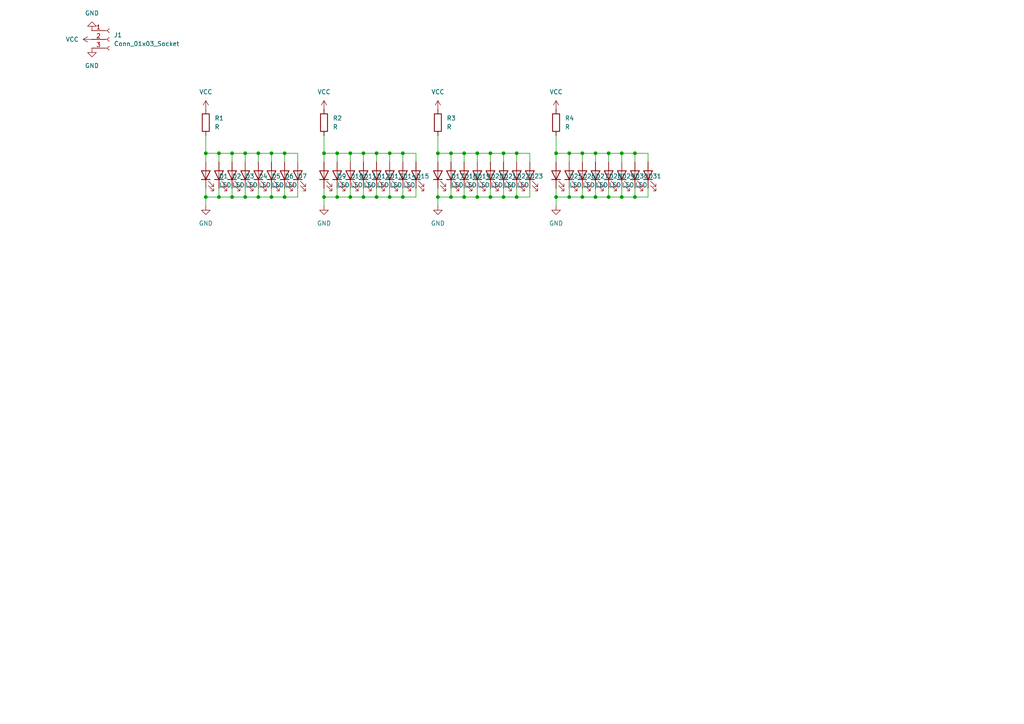
<source format=kicad_sch>
(kicad_sch (version 20231120) (generator "eeschema") (generator_version "8.0")
  (paper "A4")
  (lib_symbols
    (symbol "Connector:Conn_01x03_Socket" (pin_names (offset 1.016) hide)
      (property "Reference" "J" (at 0 5.08 0))
      (property "Value" "Conn_01x03_Socket" (at 0 -5.08 0))
      (symbol "Conn_01x03_Socket_1_1"
        (arc (start 0 -2.032) (mid -0.5058 -2.54) (end 0 -3.048) (stroke (width 0.1524)))
        (polyline (pts (xy -1.27 -2.54) (xy -0.508 -2.54)) (stroke (width 0.1524)))
        (polyline (pts (xy -1.27 0) (xy -0.508 0)) (stroke (width 0.1524)))
        (polyline (pts (xy -1.27 2.54) (xy -0.508 2.54)) (stroke (width 0.1524)))
        (arc (start 0 0.508) (mid -0.5058 0) (end 0 -0.508) (stroke (width 0.1524)))
        (arc (start 0 3.048) (mid -0.5058 2.54) (end 0 2.032) (stroke (width 0.1524)))
        (pin passive line (at -5.08 2.54 0) (length 3.81) (name "Pin_1") (number "1"))
        (pin passive line (at -5.08 0 0) (length 3.81) (name "Pin_2") (number "2"))
        (pin passive line (at -5.08 -2.54 0) (length 3.81) (name "Pin_3") (number "3"))
      )
    )
    (symbol "Device:LED" (pin_numbers hide) (pin_names (offset 1.016) hide)
      (property "Reference" "D" (at 0 2.54 0))
      (property "Value" "LED" (at 0 -2.54 0))
      (symbol "LED_0_1"
        (polyline (pts (xy -1.27 -1.27) (xy -1.27 1.27)) (stroke (width 0.254)))
        (polyline (pts (xy -1.27 0) (xy 1.27 0)))
        (polyline (pts (xy 1.27 -1.27) (xy 1.27 1.27) (xy -1.27 0) (xy 1.27 -1.27)) (stroke (width 0.254)))
        (polyline (pts (xy -3.048 -0.762) (xy -4.572 -2.286) (xy -3.81 -2.286) (xy -4.572 -2.286) (xy -4.572 -1.524)))
        (polyline (pts (xy -1.778 -0.762) (xy -3.302 -2.286) (xy -2.54 -2.286) (xy -3.302 -2.286) (xy -3.302 -1.524)))
      )
      (symbol "LED_1_1"
        (pin passive line (at -3.81 0 0) (length 2.54) (name "K") (number "1"))
        (pin passive line (at 3.81 0 180) (length 2.54) (name "A") (number "2"))
      )
    )
    (symbol "Device:R" (pin_numbers hide) (pin_names (offset 0))
      (property "Reference" "R" (at 2.032 0 90))
      (property "Value" "R" (at 0 0 90))
      (symbol "R_0_1"
        (rectangle (start -1.016 -2.54) (end 1.016 2.54) (stroke (width 0.254)))
      )
      (symbol "R_1_1"
        (pin passive line (at 0 3.81 270) (length 1.27) (name "~") (number "1"))
        (pin passive line (at 0 -3.81 90) (length 1.27) (name "~") (number "2"))
      )
    )
    (symbol "power:GND" (power) (pin_numbers hide) (pin_names (offset 0) hide)
      (property "Value" "GND" (at 0 -3.81 0))
      (symbol "GND_0_1"
        (polyline (pts (xy 0 0) (xy 0 -1.27) (xy 1.27 -1.27) (xy 0 -2.54) (xy -1.27 -1.27) (xy 0 -1.27)))
      )
      (symbol "GND_1_1"
        (pin power_in line (at 0 0 270) (length 0) (name "~") (number "1"))
      )
    )
    (symbol "power:VCC" (power) (pin_numbers hide) (pin_names (offset 0) hide)
      (property "Value" "VCC" (at 0 3.556 0))
      (symbol "VCC_0_1"
        (polyline (pts (xy -0.762 1.27) (xy 0 2.54)))
        (polyline (pts (xy 0 0) (xy 0 2.54)))
        (polyline (pts (xy 0 2.54) (xy 0.762 1.27)))
      )
      (symbol "VCC_1_1"
        (pin power_in line (at 0 0 90) (length 0) (name "~") (number "1"))
      )
    )
  )
  (junction (at 109.22 44.45))
  (junction (at 59.69 57.15))
  (junction (at 138.43 44.45))
  (junction (at 161.29 57.15))
  (junction (at 63.5 44.45))
  (junction (at 127 44.45))
  (junction (at 93.98 44.45))
  (junction (at 82.55 44.45))
  (junction (at 101.6 57.15))
  (junction (at 168.91 44.45))
  (junction (at 127 57.15))
  (junction (at 63.5 57.15))
  (junction (at 172.72 44.45))
  (junction (at 93.98 57.15))
  (junction (at 134.62 44.45))
  (junction (at 116.84 44.45))
  (junction (at 165.1 57.15))
  (junction (at 71.12 57.15))
  (junction (at 149.86 57.15))
  (junction (at 149.86 44.45))
  (junction (at 134.62 57.15))
  (junction (at 78.74 57.15))
  (junction (at 165.1 44.45))
  (junction (at 113.03 57.15))
  (junction (at 74.93 57.15))
  (junction (at 168.91 57.15))
  (junction (at 184.15 44.45))
  (junction (at 105.41 44.45))
  (junction (at 176.53 44.45))
  (junction (at 146.05 57.15))
  (junction (at 161.29 44.45))
  (junction (at 142.24 44.45))
  (junction (at 97.79 44.45))
  (junction (at 113.03 44.45))
  (junction (at 78.74 44.45))
  (junction (at 101.6 44.45))
  (junction (at 116.84 57.15))
  (junction (at 97.79 57.15))
  (junction (at 172.72 57.15))
  (junction (at 82.55 57.15))
  (junction (at 130.81 57.15))
  (junction (at 105.41 57.15))
  (junction (at 74.93 44.45))
  (junction (at 176.53 57.15))
  (junction (at 180.34 44.45))
  (junction (at 109.22 57.15))
  (junction (at 142.24 57.15))
  (junction (at 180.34 57.15))
  (junction (at 67.31 57.15))
  (junction (at 138.43 57.15))
  (junction (at 130.81 44.45))
  (junction (at 67.31 44.45))
  (junction (at 146.05 44.45))
  (junction (at 71.12 44.45))
  (junction (at 59.69 44.45))
  (junction (at 184.15 57.15))
  (wire (pts (xy 176.53 57.15) (xy 176.53 54.61)))
  (wire (pts (xy 127 57.15) (xy 127 54.61)))
  (wire (pts (xy 93.98 44.45) (xy 97.79 44.45)))
  (wire (pts (xy 168.91 44.45) (xy 172.72 44.45)))
  (wire (pts (xy 180.34 57.15) (xy 180.34 54.61)))
  (wire (pts (xy 97.79 44.45) (xy 101.6 44.45)))
  (wire (pts (xy 97.79 57.15) (xy 97.79 54.61)))
  (wire (pts (xy 146.05 44.45) (xy 146.05 46.99)))
  (wire (pts (xy 105.41 44.45) (xy 105.41 46.99)))
  (wire (pts (xy 116.84 57.15) (xy 116.84 54.61)))
  (wire (pts (xy 67.31 57.15) (xy 67.31 54.61)))
  (wire (pts (xy 86.36 57.15) (xy 86.36 54.61)))
  (wire (pts (xy 74.93 44.45) (xy 74.93 46.99)))
  (wire (pts (xy 176.53 57.15) (xy 180.34 57.15)))
  (wire (pts (xy 101.6 44.45) (xy 105.41 44.45)))
  (wire (pts (xy 74.93 57.15) (xy 74.93 54.61)))
  (wire (pts (xy 93.98 57.15) (xy 97.79 57.15)))
  (wire (pts (xy 59.69 39.37) (xy 59.69 44.45)))
  (wire (pts (xy 130.81 57.15) (xy 130.81 54.61)))
  (wire (pts (xy 172.72 44.45) (xy 176.53 44.45)))
  (wire (pts (xy 67.31 44.45) (xy 71.12 44.45)))
  (wire (pts (xy 63.5 57.15) (xy 63.5 54.61)))
  (wire (pts (xy 180.34 57.15) (xy 184.15 57.15)))
  (wire (pts (xy 71.12 44.45) (xy 74.93 44.45)))
  (wire (pts (xy 168.91 44.45) (xy 168.91 46.99)))
  (wire (pts (xy 113.03 44.45) (xy 113.03 46.99)))
  (wire (pts (xy 71.12 57.15) (xy 71.12 54.61)))
  (wire (pts (xy 149.86 57.15) (xy 153.67 57.15)))
  (wire (pts (xy 109.22 44.45) (xy 113.03 44.45)))
  (wire (pts (xy 82.55 57.15) (xy 86.36 57.15)))
  (wire (pts (xy 153.67 44.45) (xy 153.67 46.99)))
  (wire (pts (xy 138.43 57.15) (xy 142.24 57.15)))
  (wire (pts (xy 184.15 44.45) (xy 187.96 44.45)))
  (wire (pts (xy 116.84 57.15) (xy 120.65 57.15)))
  (wire (pts (xy 168.91 57.15) (xy 172.72 57.15)))
  (wire (pts (xy 138.43 44.45) (xy 138.43 46.99)))
  (wire (pts (xy 142.24 57.15) (xy 142.24 54.61)))
  (wire (pts (xy 172.72 57.15) (xy 172.72 54.61)))
  (wire (pts (xy 93.98 44.45) (xy 93.98 46.99)))
  (wire (pts (xy 146.05 57.15) (xy 146.05 54.61)))
  (wire (pts (xy 180.34 44.45) (xy 180.34 46.99)))
  (wire (pts (xy 184.15 57.15) (xy 184.15 54.61)))
  (wire (pts (xy 165.1 44.45) (xy 168.91 44.45)))
  (wire (pts (xy 187.96 57.15) (xy 187.96 54.61)))
  (wire (pts (xy 149.86 57.15) (xy 149.86 54.61)))
  (wire (pts (xy 142.24 44.45) (xy 146.05 44.45)))
  (wire (pts (xy 86.36 44.45) (xy 86.36 46.99)))
  (wire (pts (xy 134.62 44.45) (xy 134.62 46.99)))
  (wire (pts (xy 127 44.45) (xy 130.81 44.45)))
  (wire (pts (xy 127 59.69) (xy 127 57.15)))
  (wire (pts (xy 59.69 44.45) (xy 63.5 44.45)))
  (wire (pts (xy 161.29 44.45) (xy 165.1 44.45)))
  (wire (pts (xy 97.79 44.45) (xy 97.79 46.99)))
  (wire (pts (xy 93.98 59.69) (xy 93.98 57.15)))
  (wire (pts (xy 67.31 44.45) (xy 67.31 46.99)))
  (wire (pts (xy 71.12 44.45) (xy 71.12 46.99)))
  (wire (pts (xy 142.24 57.15) (xy 146.05 57.15)))
  (wire (pts (xy 149.86 44.45) (xy 149.86 46.99)))
  (wire (pts (xy 116.84 44.45) (xy 120.65 44.45)))
  (wire (pts (xy 138.43 57.15) (xy 138.43 54.61)))
  (wire (pts (xy 134.62 44.45) (xy 138.43 44.45)))
  (wire (pts (xy 105.41 57.15) (xy 109.22 57.15)))
  (wire (pts (xy 78.74 44.45) (xy 78.74 46.99)))
  (wire (pts (xy 109.22 44.45) (xy 109.22 46.99)))
  (wire (pts (xy 146.05 44.45) (xy 149.86 44.45)))
  (wire (pts (xy 161.29 39.37) (xy 161.29 44.45)))
  (wire (pts (xy 93.98 57.15) (xy 93.98 54.61)))
  (wire (pts (xy 161.29 44.45) (xy 161.29 46.99)))
  (wire (pts (xy 82.55 44.45) (xy 82.55 46.99)))
  (wire (pts (xy 165.1 57.15) (xy 165.1 54.61)))
  (wire (pts (xy 184.15 57.15) (xy 187.96 57.15)))
  (wire (pts (xy 59.69 57.15) (xy 63.5 57.15)))
  (wire (pts (xy 109.22 57.15) (xy 109.22 54.61)))
  (wire (pts (xy 67.31 57.15) (xy 71.12 57.15)))
  (wire (pts (xy 180.34 44.45) (xy 184.15 44.45)))
  (wire (pts (xy 113.03 57.15) (xy 116.84 57.15)))
  (wire (pts (xy 113.03 44.45) (xy 116.84 44.45)))
  (wire (pts (xy 63.5 44.45) (xy 67.31 44.45)))
  (wire (pts (xy 138.43 44.45) (xy 142.24 44.45)))
  (wire (pts (xy 59.69 59.69) (xy 59.69 57.15)))
  (wire (pts (xy 71.12 57.15) (xy 74.93 57.15)))
  (wire (pts (xy 130.81 57.15) (xy 134.62 57.15)))
  (wire (pts (xy 93.98 39.37) (xy 93.98 44.45)))
  (wire (pts (xy 149.86 44.45) (xy 153.67 44.45)))
  (wire (pts (xy 59.69 57.15) (xy 59.69 54.61)))
  (wire (pts (xy 82.55 44.45) (xy 86.36 44.45)))
  (wire (pts (xy 120.65 57.15) (xy 120.65 54.61)))
  (wire (pts (xy 78.74 57.15) (xy 82.55 57.15)))
  (wire (pts (xy 109.22 57.15) (xy 113.03 57.15)))
  (wire (pts (xy 130.81 44.45) (xy 134.62 44.45)))
  (wire (pts (xy 142.24 44.45) (xy 142.24 46.99)))
  (wire (pts (xy 176.53 44.45) (xy 180.34 44.45)))
  (wire (pts (xy 101.6 44.45) (xy 101.6 46.99)))
  (wire (pts (xy 184.15 44.45) (xy 184.15 46.99)))
  (wire (pts (xy 113.03 57.15) (xy 113.03 54.61)))
  (wire (pts (xy 105.41 44.45) (xy 109.22 44.45)))
  (wire (pts (xy 161.29 57.15) (xy 165.1 57.15)))
  (wire (pts (xy 105.41 57.15) (xy 105.41 54.61)))
  (wire (pts (xy 127 57.15) (xy 130.81 57.15)))
  (wire (pts (xy 63.5 44.45) (xy 63.5 46.99)))
  (wire (pts (xy 97.79 57.15) (xy 101.6 57.15)))
  (wire (pts (xy 101.6 57.15) (xy 105.41 57.15)))
  (wire (pts (xy 165.1 44.45) (xy 165.1 46.99)))
  (wire (pts (xy 165.1 57.15) (xy 168.91 57.15)))
  (wire (pts (xy 168.91 57.15) (xy 168.91 54.61)))
  (wire (pts (xy 74.93 57.15) (xy 78.74 57.15)))
  (wire (pts (xy 146.05 57.15) (xy 149.86 57.15)))
  (wire (pts (xy 187.96 44.45) (xy 187.96 46.99)))
  (wire (pts (xy 116.84 44.45) (xy 116.84 46.99)))
  (wire (pts (xy 74.93 44.45) (xy 78.74 44.45)))
  (wire (pts (xy 127 39.37) (xy 127 44.45)))
  (wire (pts (xy 78.74 57.15) (xy 78.74 54.61)))
  (wire (pts (xy 63.5 57.15) (xy 67.31 57.15)))
  (wire (pts (xy 134.62 57.15) (xy 138.43 57.15)))
  (wire (pts (xy 134.62 57.15) (xy 134.62 54.61)))
  (wire (pts (xy 161.29 59.69) (xy 161.29 57.15)))
  (wire (pts (xy 120.65 44.45) (xy 120.65 46.99)))
  (wire (pts (xy 127 44.45) (xy 127 46.99)))
  (wire (pts (xy 130.81 44.45) (xy 130.81 46.99)))
  (wire (pts (xy 101.6 57.15) (xy 101.6 54.61)))
  (wire (pts (xy 59.69 44.45) (xy 59.69 46.99)))
  (wire (pts (xy 78.74 44.45) (xy 82.55 44.45)))
  (wire (pts (xy 172.72 57.15) (xy 176.53 57.15)))
  (wire (pts (xy 176.53 44.45) (xy 176.53 46.99)))
  (wire (pts (xy 161.29 57.15) (xy 161.29 54.61)))
  (wire (pts (xy 153.67 57.15) (xy 153.67 54.61)))
  (wire (pts (xy 82.55 57.15) (xy 82.55 54.61)))
  (wire (pts (xy 172.72 44.45) (xy 172.72 46.99)))
  (symbol (lib_id "Device:LED") (at 109.22 50.8 90) (unit 1)
    (property "Reference" "D13" (at 113.03 51.1174 90) (effects (justify right)))
    (property "Value" "LED" (at 113.03 53.6574 90) (effects (justify right)))
    (property "Footprint" "LED_SMD:LED_0805_2012Metric_Pad1.15x1.40mm_HandSolder" (effects (hide yes)))
    (property "Description" "Light emitting diode" (effects (hide yes)))
  )
  (symbol (lib_id "Device:LED") (at 120.65 50.8 90) (unit 1)
    (property "Reference" "D16" (effects (hide yes)))
    (property "Value" "LED" (effects (hide yes)))
    (property "Footprint" "LED_SMD:LED_0805_2012Metric_Pad1.15x1.40mm_HandSolder" (effects (hide yes)))
    (property "Description" "Light emitting diode" (effects (hide yes)))
  )
  (symbol (lib_id "Device:LED") (at 153.67 50.8 90) (unit 1)
    (property "Reference" "D24" (effects (hide yes)))
    (property "Value" "LED" (effects (hide yes)))
    (property "Footprint" "LED_SMD:LED_0805_2012Metric_Pad1.15x1.40mm_HandSolder" (effects (hide yes)))
    (property "Description" "Light emitting diode" (effects (hide yes)))
  )
  (symbol (lib_id "Device:LED") (at 71.12 50.8 90) (unit 1)
    (property "Reference" "D4" (at 74.93 51.1174 90) (effects (justify right)))
    (property "Value" "LED" (at 74.93 53.6574 90) (effects (justify right)))
    (property "Footprint" "LED_SMD:LED_0805_2012Metric_Pad1.15x1.40mm_HandSolder" (effects (hide yes)))
    (property "Description" "Light emitting diode" (effects (hide yes)))
  )
  (symbol (lib_id "Device:LED") (at 168.91 50.8 90) (unit 1)
    (property "Reference" "D27" (at 172.72 51.1174 90) (effects (justify right)))
    (property "Value" "LED" (at 172.72 53.6574 90) (effects (justify right)))
    (property "Footprint" "LED_SMD:LED_0805_2012Metric_Pad1.15x1.40mm_HandSolder" (effects (hide yes)))
    (property "Description" "Light emitting diode" (effects (hide yes)))
  )
  (symbol (lib_id "Device:LED") (at 113.03 50.8 90) (unit 1)
    (property "Reference" "D14" (at 116.84 51.1174 90) (effects (justify right)))
    (property "Value" "LED" (at 116.84 53.6574 90) (effects (justify right)))
    (property "Footprint" "LED_SMD:LED_0805_2012Metric_Pad1.15x1.40mm_HandSolder" (effects (hide yes)))
    (property "Description" "Light emitting diode" (effects (hide yes)))
  )
  (symbol (lib_id "Device:LED") (at 165.1 50.8 90) (unit 1)
    (property "Reference" "D26" (at 168.91 51.1174 90) (effects (justify right)))
    (property "Value" "LED" (at 168.91 53.6574 90) (effects (justify right)))
    (property "Footprint" "LED_SMD:LED_0805_2012Metric_Pad1.15x1.40mm_HandSolder" (effects (hide yes)))
    (property "Description" "Light emitting diode" (effects (hide yes)))
  )
  (symbol (lib_id "Device:LED") (at 130.81 50.8 90) (unit 1)
    (property "Reference" "D18" (at 134.62 51.1174 90) (effects (justify right)))
    (property "Value" "LED" (at 134.62 53.6574 90) (effects (justify right)))
    (property "Footprint" "LED_SMD:LED_0805_2012Metric_Pad1.15x1.40mm_HandSolder" (effects (hide yes)))
    (property "Description" "Light emitting diode" (effects (hide yes)))
  )
  (symbol (lib_id "Device:LED") (at 105.41 50.8 90) (unit 1)
    (property "Reference" "D12" (at 109.22 51.1174 90) (effects (justify right)))
    (property "Value" "LED" (at 109.22 53.6574 90) (effects (justify right)))
    (property "Footprint" "LED_SMD:LED_0805_2012Metric_Pad1.15x1.40mm_HandSolder" (effects (hide yes)))
    (property "Description" "Light emitting diode" (effects (hide yes)))
  )
  (symbol (lib_id "Device:LED") (at 67.31 50.8 90) (unit 1)
    (property "Reference" "D3" (at 71.12 51.1174 90) (effects (justify right)))
    (property "Value" "LED" (at 71.12 53.6574 90) (effects (justify right)))
    (property "Footprint" "LED_SMD:LED_0805_2012Metric_Pad1.15x1.40mm_HandSolder" (effects (hide yes)))
    (property "Description" "Light emitting diode" (effects (hide yes)))
  )
  (symbol (lib_id "Device:LED") (at 142.24 50.8 90) (unit 1)
    (property "Reference" "D21" (at 146.05 51.1174 90) (effects (justify right)))
    (property "Value" "LED" (at 146.05 53.6574 90) (effects (justify right)))
    (property "Footprint" "LED_SMD:LED_0805_2012Metric_Pad1.15x1.40mm_HandSolder" (effects (hide yes)))
    (property "Description" "Light emitting diode" (effects (hide yes)))
  )
  (symbol (lib_id "Device:LED") (at 138.43 50.8 90) (unit 1)
    (property "Reference" "D20" (at 142.24 51.1174 90) (effects (justify right)))
    (property "Value" "LED" (at 142.24 53.6574 90) (effects (justify right)))
    (property "Footprint" "LED_SMD:LED_0805_2012Metric_Pad1.15x1.40mm_HandSolder" (effects (hide yes)))
    (property "Description" "Light emitting diode" (effects (hide yes)))
  )
  (symbol (lib_id "Device:LED") (at 116.84 50.8 90) (unit 1)
    (property "Reference" "D15" (at 120.65 51.1174 90) (effects (justify right)))
    (property "Value" "LED" (effects (hide yes)))
    (property "Footprint" "LED_SMD:LED_0805_2012Metric_Pad1.15x1.40mm_HandSolder" (effects (hide yes)))
    (property "Description" "Light emitting diode" (effects (hide yes)))
  )
  (symbol (lib_id "power:VCC") (at 59.69 31.75 0) (unit 1)
    (property "Reference" "#PWR01" (effects (hide yes)))
    (property "Value" "VCC" (at 59.69 26.67 0))
    (property "Description" "Power symbol creates a global label with name \"VCC\"" (effects (hide yes)))
  )
  (symbol (lib_id "Device:LED") (at 74.93 50.8 90) (unit 1)
    (property "Reference" "D5" (at 78.74 51.1174 90) (effects (justify right)))
    (property "Value" "LED" (at 78.74 53.6574 90) (effects (justify right)))
    (property "Footprint" "LED_SMD:LED_0805_2012Metric_Pad1.15x1.40mm_HandSolder" (effects (hide yes)))
    (property "Description" "Light emitting diode" (effects (hide yes)))
  )
  (symbol (lib_id "Connector:Conn_01x03_Socket") (at 31.75 11.43 0) (unit 1)
    (property "Reference" "J1" (at 33.02 10.1599 0) (effects (justify left)))
    (property "Value" "Conn_01x03_Socket" (at 33.02 12.6999 0) (effects (justify left)))
    (property "Footprint" "Connector_PinHeader_1.27mm:PinHeader_1x03_P1.27mm_Vertical" (effects (hide yes)))
    (property "Description" "Generic connector, single row, 01x03, script generated" (effects (hide yes)))
  )
  (symbol (lib_id "Device:LED") (at 180.34 50.8 90) (unit 1)
    (property "Reference" "D30" (at 184.15 51.1174 90) (effects (justify right)))
    (property "Value" "LED" (at 184.15 53.6574 90) (effects (justify right)))
    (property "Footprint" "LED_SMD:LED_0805_2012Metric_Pad1.15x1.40mm_HandSolder" (effects (hide yes)))
    (property "Description" "Light emitting diode" (effects (hide yes)))
  )
  (symbol (lib_id "power:GND") (at 93.98 59.69 0) (unit 1)
    (property "Reference" "#PWR07" (effects (hide yes)))
    (property "Value" "GND" (at 93.98 64.77 0))
    (property "Description" "Power symbol creates a global label with name \"GND\" , ground" (effects (hide yes)))
  )
  (symbol (lib_id "Device:LED") (at 82.55 50.8 90) (unit 1)
    (property "Reference" "D7" (at 86.36 51.1174 90) (effects (justify right)))
    (property "Value" "LED" (effects (hide yes)))
    (property "Footprint" "LED_SMD:LED_0805_2012Metric_Pad1.15x1.40mm_HandSolder" (effects (hide yes)))
    (property "Description" "Light emitting diode" (effects (hide yes)))
  )
  (symbol (lib_id "Device:LED") (at 97.79 50.8 90) (unit 1)
    (property "Reference" "D10" (at 101.6 51.1174 90) (effects (justify right)))
    (property "Value" "LED" (at 101.6 53.6574 90) (effects (justify right)))
    (property "Footprint" "LED_SMD:LED_0805_2012Metric_Pad1.15x1.40mm_HandSolder" (effects (hide yes)))
    (property "Description" "Light emitting diode" (effects (hide yes)))
  )
  (symbol (lib_id "Device:LED") (at 134.62 50.8 90) (unit 1)
    (property "Reference" "D19" (at 138.43 51.1174 90) (effects (justify right)))
    (property "Value" "LED" (at 138.43 53.6574 90) (effects (justify right)))
    (property "Footprint" "LED_SMD:LED_0805_2012Metric_Pad1.15x1.40mm_HandSolder" (effects (hide yes)))
    (property "Description" "Light emitting diode" (effects (hide yes)))
  )
  (symbol (lib_id "power:GND") (at 127 59.69 0) (unit 1)
    (property "Reference" "#PWR09" (effects (hide yes)))
    (property "Value" "GND" (at 127 64.77 0))
    (property "Description" "Power symbol creates a global label with name \"GND\" , ground" (effects (hide yes)))
  )
  (symbol (lib_id "power:VCC") (at 161.29 31.75 0) (unit 1)
    (property "Reference" "#PWR010" (effects (hide yes)))
    (property "Value" "VCC" (at 161.29 26.67 0))
    (property "Description" "Power symbol creates a global label with name \"VCC\"" (effects (hide yes)))
  )
  (symbol (lib_id "Device:LED") (at 184.15 50.8 90) (unit 1)
    (property "Reference" "D31" (at 187.96 51.1174 90) (effects (justify right)))
    (property "Value" "LED" (effects (hide yes)))
    (property "Footprint" "LED_SMD:LED_0805_2012Metric_Pad1.15x1.40mm_HandSolder" (effects (hide yes)))
    (property "Description" "Light emitting diode" (effects (hide yes)))
  )
  (symbol (lib_id "Device:LED") (at 127 50.8 90) (unit 1)
    (property "Reference" "D17" (at 130.81 51.1174 90) (effects (justify right)))
    (property "Value" "LED" (at 130.81 53.6574 90) (effects (justify right)))
    (property "Footprint" "LED_SMD:LED_0805_2012Metric_Pad1.15x1.40mm_HandSolder" (effects (hide yes)))
    (property "Description" "Light emitting diode" (effects (hide yes)))
  )
  (symbol (lib_id "Device:R") (at 127 35.56 0) (unit 1)
    (property "Reference" "R3" (at 129.54 34.2899 0) (effects (justify left)))
    (property "Value" "R" (at 129.54 36.8299 0) (effects (justify left)))
    (property "Footprint" "Resistor_SMD:R_0603_1608Metric_Pad0.98x0.95mm_HandSolder" (effects (hide yes)))
    (property "Description" "Resistor" (effects (hide yes)))
  )
  (symbol (lib_id "power:GND") (at 26.67 8.89 180) (unit 1)
    (property "Reference" "#PWR05" (effects (hide yes)))
    (property "Value" "GND" (at 26.67 3.81 0))
    (property "Description" "Power symbol creates a global label with name \"GND\" , ground" (effects (hide yes)))
  )
  (symbol (lib_id "Device:LED") (at 101.6 50.8 90) (unit 1)
    (property "Reference" "D11" (at 105.41 51.1174 90) (effects (justify right)))
    (property "Value" "LED" (at 105.41 53.6574 90) (effects (justify right)))
    (property "Footprint" "LED_SMD:LED_0805_2012Metric_Pad1.15x1.40mm_HandSolder" (effects (hide yes)))
    (property "Description" "Light emitting diode" (effects (hide yes)))
  )
  (symbol (lib_id "Device:LED") (at 93.98 50.8 90) (unit 1)
    (property "Reference" "D9" (at 97.79 51.1174 90) (effects (justify right)))
    (property "Value" "LED" (at 97.79 53.6574 90) (effects (justify right)))
    (property "Footprint" "LED_SMD:LED_0805_2012Metric_Pad1.15x1.40mm_HandSolder" (effects (hide yes)))
    (property "Description" "Light emitting diode" (effects (hide yes)))
  )
  (symbol (lib_id "Device:R") (at 59.69 35.56 0) (unit 1)
    (property "Reference" "R1" (at 62.23 34.2899 0) (effects (justify left)))
    (property "Value" "R" (at 62.23 36.8299 0) (effects (justify left)))
    (property "Footprint" "Resistor_SMD:R_0603_1608Metric_Pad0.98x0.95mm_HandSolder" (effects (hide yes)))
    (property "Description" "Resistor" (effects (hide yes)))
  )
  (symbol (lib_id "Device:R") (at 93.98 35.56 0) (unit 1)
    (property "Reference" "R2" (at 96.52 34.2899 0) (effects (justify left)))
    (property "Value" "R" (at 96.52 36.8299 0) (effects (justify left)))
    (property "Footprint" "Resistor_SMD:R_0603_1608Metric_Pad0.98x0.95mm_HandSolder" (effects (hide yes)))
    (property "Description" "Resistor" (effects (hide yes)))
  )
  (symbol (lib_id "power:VCC") (at 93.98 31.75 0) (unit 1)
    (property "Reference" "#PWR06" (effects (hide yes)))
    (property "Value" "VCC" (at 93.98 26.67 0))
    (property "Description" "Power symbol creates a global label with name \"VCC\"" (effects (hide yes)))
  )
  (symbol (lib_id "Device:LED") (at 146.05 50.8 90) (unit 1)
    (property "Reference" "D22" (at 149.86 51.1174 90) (effects (justify right)))
    (property "Value" "LED" (at 149.86 53.6574 90) (effects (justify right)))
    (property "Footprint" "LED_SMD:LED_0805_2012Metric_Pad1.15x1.40mm_HandSolder" (effects (hide yes)))
    (property "Description" "Light emitting diode" (effects (hide yes)))
  )
  (symbol (lib_id "power:GND") (at 59.69 59.69 0) (unit 1)
    (property "Reference" "#PWR02" (effects (hide yes)))
    (property "Value" "GND" (at 59.69 64.77 0))
    (property "Description" "Power symbol creates a global label with name \"GND\" , ground" (effects (hide yes)))
  )
  (symbol (lib_id "Device:LED") (at 63.5 50.8 90) (unit 1)
    (property "Reference" "D2" (at 67.31 51.1174 90) (effects (justify right)))
    (property "Value" "LED" (at 67.31 53.6574 90) (effects (justify right)))
    (property "Footprint" "LED_SMD:LED_0805_2012Metric_Pad1.15x1.40mm_HandSolder" (effects (hide yes)))
    (property "Description" "Light emitting diode" (effects (hide yes)))
  )
  (symbol (lib_id "power:GND") (at 26.67 13.97 0) (unit 1)
    (property "Reference" "#PWR04" (effects (hide yes)))
    (property "Value" "GND" (at 26.67 19.05 0))
    (property "Description" "Power symbol creates a global label with name \"GND\" , ground" (effects (hide yes)))
  )
  (symbol (lib_id "Device:LED") (at 187.96 50.8 90) (unit 1)
    (property "Reference" "D32" (effects (hide yes)))
    (property "Value" "LED" (effects (hide yes)))
    (property "Footprint" "LED_SMD:LED_0805_2012Metric_Pad1.15x1.40mm_HandSolder" (effects (hide yes)))
    (property "Description" "Light emitting diode" (effects (hide yes)))
  )
  (symbol (lib_id "Device:LED") (at 149.86 50.8 90) (unit 1)
    (property "Reference" "D23" (at 153.67 51.1174 90) (effects (justify right)))
    (property "Value" "LED" (effects (hide yes)))
    (property "Footprint" "LED_SMD:LED_0805_2012Metric_Pad1.15x1.40mm_HandSolder" (effects (hide yes)))
    (property "Description" "Light emitting diode" (effects (hide yes)))
  )
  (symbol (lib_id "power:GND") (at 161.29 59.69 0) (unit 1)
    (property "Reference" "#PWR011" (effects (hide yes)))
    (property "Value" "GND" (at 161.29 64.77 0))
    (property "Description" "Power symbol creates a global label with name \"GND\" , ground" (effects (hide yes)))
  )
  (symbol (lib_id "Device:R") (at 161.29 35.56 0) (unit 1)
    (property "Reference" "R4" (at 163.83 34.2899 0) (effects (justify left)))
    (property "Value" "R" (at 163.83 36.8299 0) (effects (justify left)))
    (property "Footprint" "Resistor_SMD:R_0603_1608Metric_Pad0.98x0.95mm_HandSolder" (effects (hide yes)))
    (property "Description" "Resistor" (effects (hide yes)))
  )
  (symbol (lib_id "power:VCC") (at 127 31.75 0) (unit 1)
    (property "Reference" "#PWR08" (effects (hide yes)))
    (property "Value" "VCC" (at 127 26.67 0))
    (property "Description" "Power symbol creates a global label with name \"VCC\"" (effects (hide yes)))
  )
  (symbol (lib_id "Device:LED") (at 78.74 50.8 90) (unit 1)
    (property "Reference" "D6" (at 82.55 51.1174 90) (effects (justify right)))
    (property "Value" "LED" (at 82.55 53.6574 90) (effects (justify right)))
    (property "Footprint" "LED_SMD:LED_0805_2012Metric_Pad1.15x1.40mm_HandSolder" (effects (hide yes)))
    (property "Description" "Light emitting diode" (effects (hide yes)))
  )
  (symbol (lib_id "Device:LED") (at 59.69 50.8 90) (unit 1)
    (property "Reference" "D1" (at 63.5 51.1174 90) (effects (justify right)))
    (property "Value" "LED" (at 63.5 53.6574 90) (effects (justify right)))
    (property "Footprint" "LED_SMD:LED_0805_2012Metric_Pad1.15x1.40mm_HandSolder" (effects (hide yes)))
    (property "Description" "Light emitting diode" (effects (hide yes)))
  )
  (symbol (lib_id "power:VCC") (at 26.67 11.43 90) (unit 1)
    (property "Reference" "#PWR03" (effects (hide yes)))
    (property "Value" "VCC" (at 22.86 11.4299 90) (effects (justify left)))
    (property "Description" "Power symbol creates a global label with name \"VCC\"" (effects (hide yes)))
  )
  (symbol (lib_id "Device:LED") (at 86.36 50.8 90) (unit 1)
    (property "Reference" "D8" (effects (hide yes)))
    (property "Value" "LED" (effects (hide yes)))
    (property "Footprint" "LED_SMD:LED_0805_2012Metric_Pad1.15x1.40mm_HandSolder" (effects (hide yes)))
    (property "Description" "Light emitting diode" (effects (hide yes)))
  )
  (symbol (lib_id "Device:LED") (at 172.72 50.8 90) (unit 1)
    (property "Reference" "D28" (at 176.53 51.1174 90) (effects (justify right)))
    (property "Value" "LED" (at 176.53 53.6574 90) (effects (justify right)))
    (property "Footprint" "LED_SMD:LED_0805_2012Metric_Pad1.15x1.40mm_HandSolder" (effects (hide yes)))
    (property "Description" "Light emitting diode" (effects (hide yes)))
  )
  (symbol (lib_id "Device:LED") (at 161.29 50.8 90) (unit 1)
    (property "Reference" "D25" (at 165.1 51.1174 90) (effects (justify right)))
    (property "Value" "LED" (at 165.1 53.6574 90) (effects (justify right)))
    (property "Footprint" "LED_SMD:LED_0805_2012Metric_Pad1.15x1.40mm_HandSolder" (effects (hide yes)))
    (property "Description" "Light emitting diode" (effects (hide yes)))
  )
  (symbol (lib_id "Device:LED") (at 176.53 50.8 90) (unit 1)
    (property "Reference" "D29" (at 180.34 51.1174 90) (effects (justify right)))
    (property "Value" "LED" (at 180.34 53.6574 90) (effects (justify right)))
    (property "Footprint" "LED_SMD:LED_0805_2012Metric_Pad1.15x1.40mm_HandSolder" (effects (hide yes)))
    (property "Description" "Light emitting diode" (effects (hide yes)))
  )
)
</source>
